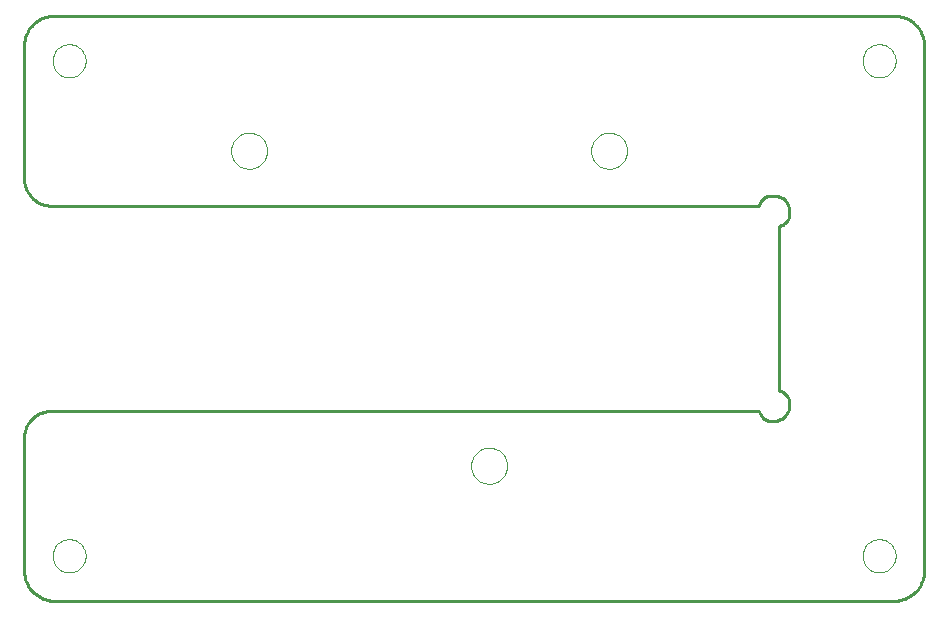
<source format=gtl>
G75*
G70*
%OFA0B0*%
%FSLAX24Y24*%
%IPPOS*%
%LPD*%
%AMOC8*
5,1,8,0,0,1.08239X$1,22.5*
%
%ADD10C,0.0100*%
%ADD11C,0.0000*%
D10*
X006000Y001150D02*
X006000Y005650D01*
X006007Y005710D01*
X006019Y005769D01*
X006034Y005827D01*
X006053Y005884D01*
X006076Y005940D01*
X006102Y005994D01*
X006132Y006046D01*
X006165Y006096D01*
X006201Y006144D01*
X006241Y006189D01*
X006283Y006232D01*
X006328Y006272D01*
X006376Y006309D01*
X006425Y006343D01*
X006477Y006373D01*
X006531Y006400D01*
X006587Y006423D01*
X006643Y006443D01*
X006701Y006459D01*
X006760Y006471D01*
X006820Y006479D01*
X006880Y006483D01*
X006940Y006484D01*
X007000Y006480D01*
X030500Y006480D01*
X030509Y006442D01*
X030522Y006405D01*
X030539Y006369D01*
X030558Y006336D01*
X030581Y006304D01*
X030607Y006274D01*
X030635Y006247D01*
X030665Y006222D01*
X030698Y006201D01*
X030733Y006182D01*
X030769Y006167D01*
X030806Y006155D01*
X030844Y006147D01*
X030883Y006142D01*
X030922Y006141D01*
X030961Y006144D01*
X031000Y006150D01*
X031044Y006152D01*
X031087Y006158D01*
X031129Y006167D01*
X031171Y006180D01*
X031211Y006197D01*
X031250Y006217D01*
X031287Y006240D01*
X031321Y006267D01*
X031354Y006296D01*
X031383Y006329D01*
X031410Y006363D01*
X031433Y006400D01*
X031453Y006439D01*
X031470Y006479D01*
X031483Y006521D01*
X031492Y006563D01*
X031498Y006606D01*
X031500Y006650D01*
X031506Y006689D01*
X031509Y006728D01*
X031508Y006767D01*
X031503Y006806D01*
X031495Y006844D01*
X031483Y006881D01*
X031468Y006917D01*
X031449Y006952D01*
X031428Y006985D01*
X031403Y007015D01*
X031376Y007043D01*
X031346Y007069D01*
X031314Y007092D01*
X031281Y007111D01*
X031245Y007128D01*
X031208Y007141D01*
X031170Y007150D01*
X031170Y012650D01*
X031208Y012659D01*
X031245Y012672D01*
X031281Y012689D01*
X031314Y012708D01*
X031346Y012731D01*
X031376Y012757D01*
X031403Y012785D01*
X031428Y012815D01*
X031449Y012848D01*
X031468Y012883D01*
X031483Y012919D01*
X031495Y012956D01*
X031503Y012994D01*
X031508Y013033D01*
X031509Y013072D01*
X031506Y013111D01*
X031500Y013150D01*
X031498Y013194D01*
X031492Y013237D01*
X031483Y013279D01*
X031470Y013321D01*
X031453Y013361D01*
X031433Y013400D01*
X031410Y013437D01*
X031383Y013471D01*
X031354Y013504D01*
X031321Y013533D01*
X031287Y013560D01*
X031250Y013583D01*
X031211Y013603D01*
X031171Y013620D01*
X031129Y013633D01*
X031087Y013642D01*
X031044Y013648D01*
X031000Y013650D01*
X030500Y013320D02*
X007000Y013320D01*
X006942Y013316D01*
X006885Y013317D01*
X006827Y013320D01*
X006770Y013328D01*
X006713Y013338D01*
X006657Y013353D01*
X006602Y013371D01*
X006549Y013392D01*
X006496Y013417D01*
X006446Y013445D01*
X006397Y013476D01*
X006351Y013510D01*
X006306Y013547D01*
X006264Y013586D01*
X006225Y013628D01*
X006188Y013673D01*
X006154Y013720D01*
X006123Y013768D01*
X006095Y013819D01*
X006071Y013871D01*
X006050Y013925D01*
X006032Y013980D01*
X006018Y014036D01*
X006007Y014093D01*
X006000Y014150D01*
X006000Y018650D01*
X006002Y018710D01*
X006007Y018771D01*
X006016Y018830D01*
X006029Y018889D01*
X006045Y018948D01*
X006065Y019005D01*
X006088Y019060D01*
X006115Y019115D01*
X006144Y019167D01*
X006177Y019218D01*
X006213Y019267D01*
X006251Y019313D01*
X006293Y019357D01*
X006337Y019399D01*
X006383Y019437D01*
X006432Y019473D01*
X006483Y019506D01*
X006535Y019535D01*
X006590Y019562D01*
X006645Y019585D01*
X006702Y019605D01*
X006761Y019621D01*
X006820Y019634D01*
X006879Y019643D01*
X006940Y019648D01*
X007000Y019650D01*
X035000Y019650D01*
X035060Y019648D01*
X035121Y019643D01*
X035180Y019634D01*
X035239Y019621D01*
X035298Y019605D01*
X035355Y019585D01*
X035410Y019562D01*
X035465Y019535D01*
X035517Y019506D01*
X035568Y019473D01*
X035617Y019437D01*
X035663Y019399D01*
X035707Y019357D01*
X035749Y019313D01*
X035787Y019267D01*
X035823Y019218D01*
X035856Y019167D01*
X035885Y019115D01*
X035912Y019060D01*
X035935Y019005D01*
X035955Y018948D01*
X035971Y018889D01*
X035984Y018830D01*
X035993Y018771D01*
X035998Y018710D01*
X036000Y018650D01*
X036000Y001150D01*
X035998Y001090D01*
X035993Y001029D01*
X035984Y000970D01*
X035971Y000911D01*
X035955Y000852D01*
X035935Y000795D01*
X035912Y000740D01*
X035885Y000685D01*
X035856Y000633D01*
X035823Y000582D01*
X035787Y000533D01*
X035749Y000487D01*
X035707Y000443D01*
X035663Y000401D01*
X035617Y000363D01*
X035568Y000327D01*
X035517Y000294D01*
X035465Y000265D01*
X035410Y000238D01*
X035355Y000215D01*
X035298Y000195D01*
X035239Y000179D01*
X035180Y000166D01*
X035121Y000157D01*
X035060Y000152D01*
X035000Y000150D01*
X007000Y000150D01*
X006940Y000152D01*
X006879Y000157D01*
X006820Y000166D01*
X006761Y000179D01*
X006702Y000195D01*
X006645Y000215D01*
X006590Y000238D01*
X006535Y000265D01*
X006483Y000294D01*
X006432Y000327D01*
X006383Y000363D01*
X006337Y000401D01*
X006293Y000443D01*
X006251Y000487D01*
X006213Y000533D01*
X006177Y000582D01*
X006144Y000633D01*
X006115Y000685D01*
X006088Y000740D01*
X006065Y000795D01*
X006045Y000852D01*
X006029Y000911D01*
X006016Y000970D01*
X006007Y001029D01*
X006002Y001090D01*
X006000Y001150D01*
X030500Y013320D02*
X030509Y013358D01*
X030522Y013395D01*
X030539Y013431D01*
X030558Y013464D01*
X030581Y013496D01*
X030607Y013526D01*
X030635Y013553D01*
X030665Y013578D01*
X030698Y013599D01*
X030733Y013618D01*
X030769Y013633D01*
X030806Y013645D01*
X030844Y013653D01*
X030883Y013658D01*
X030922Y013659D01*
X030961Y013656D01*
X031000Y013650D01*
D11*
X024900Y015150D02*
X024902Y015199D01*
X024908Y015247D01*
X024918Y015295D01*
X024932Y015342D01*
X024949Y015388D01*
X024970Y015432D01*
X024995Y015474D01*
X025023Y015514D01*
X025055Y015552D01*
X025089Y015587D01*
X025126Y015619D01*
X025165Y015648D01*
X025207Y015674D01*
X025251Y015696D01*
X025296Y015714D01*
X025343Y015729D01*
X025390Y015740D01*
X025439Y015747D01*
X025488Y015750D01*
X025537Y015749D01*
X025585Y015744D01*
X025634Y015735D01*
X025681Y015722D01*
X025727Y015705D01*
X025771Y015685D01*
X025814Y015661D01*
X025855Y015634D01*
X025893Y015603D01*
X025929Y015570D01*
X025961Y015534D01*
X025991Y015495D01*
X026018Y015454D01*
X026041Y015410D01*
X026060Y015365D01*
X026076Y015319D01*
X026088Y015272D01*
X026096Y015223D01*
X026100Y015174D01*
X026100Y015126D01*
X026096Y015077D01*
X026088Y015028D01*
X026076Y014981D01*
X026060Y014935D01*
X026041Y014890D01*
X026018Y014846D01*
X025991Y014805D01*
X025961Y014766D01*
X025929Y014730D01*
X025893Y014697D01*
X025855Y014666D01*
X025814Y014639D01*
X025771Y014615D01*
X025727Y014595D01*
X025681Y014578D01*
X025634Y014565D01*
X025585Y014556D01*
X025537Y014551D01*
X025488Y014550D01*
X025439Y014553D01*
X025390Y014560D01*
X025343Y014571D01*
X025296Y014586D01*
X025251Y014604D01*
X025207Y014626D01*
X025165Y014652D01*
X025126Y014681D01*
X025089Y014713D01*
X025055Y014748D01*
X025023Y014786D01*
X024995Y014826D01*
X024970Y014868D01*
X024949Y014912D01*
X024932Y014958D01*
X024918Y015005D01*
X024908Y015053D01*
X024902Y015101D01*
X024900Y015150D01*
X033950Y018150D02*
X033952Y018197D01*
X033958Y018243D01*
X033968Y018289D01*
X033981Y018333D01*
X033999Y018377D01*
X034020Y018418D01*
X034044Y018458D01*
X034072Y018496D01*
X034103Y018531D01*
X034137Y018563D01*
X034173Y018592D01*
X034212Y018618D01*
X034252Y018641D01*
X034295Y018660D01*
X034339Y018676D01*
X034384Y018688D01*
X034430Y018696D01*
X034477Y018700D01*
X034523Y018700D01*
X034570Y018696D01*
X034616Y018688D01*
X034661Y018676D01*
X034705Y018660D01*
X034748Y018641D01*
X034788Y018618D01*
X034827Y018592D01*
X034863Y018563D01*
X034897Y018531D01*
X034928Y018496D01*
X034956Y018458D01*
X034980Y018418D01*
X035001Y018377D01*
X035019Y018333D01*
X035032Y018289D01*
X035042Y018243D01*
X035048Y018197D01*
X035050Y018150D01*
X035048Y018103D01*
X035042Y018057D01*
X035032Y018011D01*
X035019Y017967D01*
X035001Y017923D01*
X034980Y017882D01*
X034956Y017842D01*
X034928Y017804D01*
X034897Y017769D01*
X034863Y017737D01*
X034827Y017708D01*
X034788Y017682D01*
X034748Y017659D01*
X034705Y017640D01*
X034661Y017624D01*
X034616Y017612D01*
X034570Y017604D01*
X034523Y017600D01*
X034477Y017600D01*
X034430Y017604D01*
X034384Y017612D01*
X034339Y017624D01*
X034295Y017640D01*
X034252Y017659D01*
X034212Y017682D01*
X034173Y017708D01*
X034137Y017737D01*
X034103Y017769D01*
X034072Y017804D01*
X034044Y017842D01*
X034020Y017882D01*
X033999Y017923D01*
X033981Y017967D01*
X033968Y018011D01*
X033958Y018057D01*
X033952Y018103D01*
X033950Y018150D01*
X012900Y015150D02*
X012902Y015199D01*
X012908Y015247D01*
X012918Y015295D01*
X012932Y015342D01*
X012949Y015388D01*
X012970Y015432D01*
X012995Y015474D01*
X013023Y015514D01*
X013055Y015552D01*
X013089Y015587D01*
X013126Y015619D01*
X013165Y015648D01*
X013207Y015674D01*
X013251Y015696D01*
X013296Y015714D01*
X013343Y015729D01*
X013390Y015740D01*
X013439Y015747D01*
X013488Y015750D01*
X013537Y015749D01*
X013585Y015744D01*
X013634Y015735D01*
X013681Y015722D01*
X013727Y015705D01*
X013771Y015685D01*
X013814Y015661D01*
X013855Y015634D01*
X013893Y015603D01*
X013929Y015570D01*
X013961Y015534D01*
X013991Y015495D01*
X014018Y015454D01*
X014041Y015410D01*
X014060Y015365D01*
X014076Y015319D01*
X014088Y015272D01*
X014096Y015223D01*
X014100Y015174D01*
X014100Y015126D01*
X014096Y015077D01*
X014088Y015028D01*
X014076Y014981D01*
X014060Y014935D01*
X014041Y014890D01*
X014018Y014846D01*
X013991Y014805D01*
X013961Y014766D01*
X013929Y014730D01*
X013893Y014697D01*
X013855Y014666D01*
X013814Y014639D01*
X013771Y014615D01*
X013727Y014595D01*
X013681Y014578D01*
X013634Y014565D01*
X013585Y014556D01*
X013537Y014551D01*
X013488Y014550D01*
X013439Y014553D01*
X013390Y014560D01*
X013343Y014571D01*
X013296Y014586D01*
X013251Y014604D01*
X013207Y014626D01*
X013165Y014652D01*
X013126Y014681D01*
X013089Y014713D01*
X013055Y014748D01*
X013023Y014786D01*
X012995Y014826D01*
X012970Y014868D01*
X012949Y014912D01*
X012932Y014958D01*
X012918Y015005D01*
X012908Y015053D01*
X012902Y015101D01*
X012900Y015150D01*
X006950Y018150D02*
X006952Y018197D01*
X006958Y018243D01*
X006968Y018289D01*
X006981Y018333D01*
X006999Y018377D01*
X007020Y018418D01*
X007044Y018458D01*
X007072Y018496D01*
X007103Y018531D01*
X007137Y018563D01*
X007173Y018592D01*
X007212Y018618D01*
X007252Y018641D01*
X007295Y018660D01*
X007339Y018676D01*
X007384Y018688D01*
X007430Y018696D01*
X007477Y018700D01*
X007523Y018700D01*
X007570Y018696D01*
X007616Y018688D01*
X007661Y018676D01*
X007705Y018660D01*
X007748Y018641D01*
X007788Y018618D01*
X007827Y018592D01*
X007863Y018563D01*
X007897Y018531D01*
X007928Y018496D01*
X007956Y018458D01*
X007980Y018418D01*
X008001Y018377D01*
X008019Y018333D01*
X008032Y018289D01*
X008042Y018243D01*
X008048Y018197D01*
X008050Y018150D01*
X008048Y018103D01*
X008042Y018057D01*
X008032Y018011D01*
X008019Y017967D01*
X008001Y017923D01*
X007980Y017882D01*
X007956Y017842D01*
X007928Y017804D01*
X007897Y017769D01*
X007863Y017737D01*
X007827Y017708D01*
X007788Y017682D01*
X007748Y017659D01*
X007705Y017640D01*
X007661Y017624D01*
X007616Y017612D01*
X007570Y017604D01*
X007523Y017600D01*
X007477Y017600D01*
X007430Y017604D01*
X007384Y017612D01*
X007339Y017624D01*
X007295Y017640D01*
X007252Y017659D01*
X007212Y017682D01*
X007173Y017708D01*
X007137Y017737D01*
X007103Y017769D01*
X007072Y017804D01*
X007044Y017842D01*
X007020Y017882D01*
X006999Y017923D01*
X006981Y017967D01*
X006968Y018011D01*
X006958Y018057D01*
X006952Y018103D01*
X006950Y018150D01*
X020900Y004650D02*
X020902Y004699D01*
X020908Y004747D01*
X020918Y004795D01*
X020932Y004842D01*
X020949Y004888D01*
X020970Y004932D01*
X020995Y004974D01*
X021023Y005014D01*
X021055Y005052D01*
X021089Y005087D01*
X021126Y005119D01*
X021165Y005148D01*
X021207Y005174D01*
X021251Y005196D01*
X021296Y005214D01*
X021343Y005229D01*
X021390Y005240D01*
X021439Y005247D01*
X021488Y005250D01*
X021537Y005249D01*
X021585Y005244D01*
X021634Y005235D01*
X021681Y005222D01*
X021727Y005205D01*
X021771Y005185D01*
X021814Y005161D01*
X021855Y005134D01*
X021893Y005103D01*
X021929Y005070D01*
X021961Y005034D01*
X021991Y004995D01*
X022018Y004954D01*
X022041Y004910D01*
X022060Y004865D01*
X022076Y004819D01*
X022088Y004772D01*
X022096Y004723D01*
X022100Y004674D01*
X022100Y004626D01*
X022096Y004577D01*
X022088Y004528D01*
X022076Y004481D01*
X022060Y004435D01*
X022041Y004390D01*
X022018Y004346D01*
X021991Y004305D01*
X021961Y004266D01*
X021929Y004230D01*
X021893Y004197D01*
X021855Y004166D01*
X021814Y004139D01*
X021771Y004115D01*
X021727Y004095D01*
X021681Y004078D01*
X021634Y004065D01*
X021585Y004056D01*
X021537Y004051D01*
X021488Y004050D01*
X021439Y004053D01*
X021390Y004060D01*
X021343Y004071D01*
X021296Y004086D01*
X021251Y004104D01*
X021207Y004126D01*
X021165Y004152D01*
X021126Y004181D01*
X021089Y004213D01*
X021055Y004248D01*
X021023Y004286D01*
X020995Y004326D01*
X020970Y004368D01*
X020949Y004412D01*
X020932Y004458D01*
X020918Y004505D01*
X020908Y004553D01*
X020902Y004601D01*
X020900Y004650D01*
X006950Y001650D02*
X006952Y001697D01*
X006958Y001743D01*
X006968Y001789D01*
X006981Y001833D01*
X006999Y001877D01*
X007020Y001918D01*
X007044Y001958D01*
X007072Y001996D01*
X007103Y002031D01*
X007137Y002063D01*
X007173Y002092D01*
X007212Y002118D01*
X007252Y002141D01*
X007295Y002160D01*
X007339Y002176D01*
X007384Y002188D01*
X007430Y002196D01*
X007477Y002200D01*
X007523Y002200D01*
X007570Y002196D01*
X007616Y002188D01*
X007661Y002176D01*
X007705Y002160D01*
X007748Y002141D01*
X007788Y002118D01*
X007827Y002092D01*
X007863Y002063D01*
X007897Y002031D01*
X007928Y001996D01*
X007956Y001958D01*
X007980Y001918D01*
X008001Y001877D01*
X008019Y001833D01*
X008032Y001789D01*
X008042Y001743D01*
X008048Y001697D01*
X008050Y001650D01*
X008048Y001603D01*
X008042Y001557D01*
X008032Y001511D01*
X008019Y001467D01*
X008001Y001423D01*
X007980Y001382D01*
X007956Y001342D01*
X007928Y001304D01*
X007897Y001269D01*
X007863Y001237D01*
X007827Y001208D01*
X007788Y001182D01*
X007748Y001159D01*
X007705Y001140D01*
X007661Y001124D01*
X007616Y001112D01*
X007570Y001104D01*
X007523Y001100D01*
X007477Y001100D01*
X007430Y001104D01*
X007384Y001112D01*
X007339Y001124D01*
X007295Y001140D01*
X007252Y001159D01*
X007212Y001182D01*
X007173Y001208D01*
X007137Y001237D01*
X007103Y001269D01*
X007072Y001304D01*
X007044Y001342D01*
X007020Y001382D01*
X006999Y001423D01*
X006981Y001467D01*
X006968Y001511D01*
X006958Y001557D01*
X006952Y001603D01*
X006950Y001650D01*
X033950Y001650D02*
X033952Y001697D01*
X033958Y001743D01*
X033968Y001789D01*
X033981Y001833D01*
X033999Y001877D01*
X034020Y001918D01*
X034044Y001958D01*
X034072Y001996D01*
X034103Y002031D01*
X034137Y002063D01*
X034173Y002092D01*
X034212Y002118D01*
X034252Y002141D01*
X034295Y002160D01*
X034339Y002176D01*
X034384Y002188D01*
X034430Y002196D01*
X034477Y002200D01*
X034523Y002200D01*
X034570Y002196D01*
X034616Y002188D01*
X034661Y002176D01*
X034705Y002160D01*
X034748Y002141D01*
X034788Y002118D01*
X034827Y002092D01*
X034863Y002063D01*
X034897Y002031D01*
X034928Y001996D01*
X034956Y001958D01*
X034980Y001918D01*
X035001Y001877D01*
X035019Y001833D01*
X035032Y001789D01*
X035042Y001743D01*
X035048Y001697D01*
X035050Y001650D01*
X035048Y001603D01*
X035042Y001557D01*
X035032Y001511D01*
X035019Y001467D01*
X035001Y001423D01*
X034980Y001382D01*
X034956Y001342D01*
X034928Y001304D01*
X034897Y001269D01*
X034863Y001237D01*
X034827Y001208D01*
X034788Y001182D01*
X034748Y001159D01*
X034705Y001140D01*
X034661Y001124D01*
X034616Y001112D01*
X034570Y001104D01*
X034523Y001100D01*
X034477Y001100D01*
X034430Y001104D01*
X034384Y001112D01*
X034339Y001124D01*
X034295Y001140D01*
X034252Y001159D01*
X034212Y001182D01*
X034173Y001208D01*
X034137Y001237D01*
X034103Y001269D01*
X034072Y001304D01*
X034044Y001342D01*
X034020Y001382D01*
X033999Y001423D01*
X033981Y001467D01*
X033968Y001511D01*
X033958Y001557D01*
X033952Y001603D01*
X033950Y001650D01*
M02*

</source>
